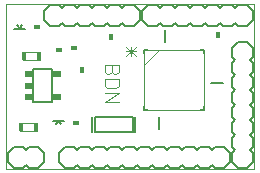
<source format=gto>
G75*
G70*
%OFA0B0*%
%FSLAX24Y24*%
%IPPOS*%
%LPD*%
%AMOC8*
5,1,8,0,0,1.08239X$1,22.5*
%
%ADD10C,0.0000*%
%ADD11C,0.0040*%
%ADD12C,0.0060*%
%ADD13C,0.0030*%
%ADD14R,0.0157X0.0236*%
%ADD15R,0.0236X0.0157*%
%ADD16C,0.0080*%
%ADD17R,0.0256X0.0197*%
%ADD18R,0.0138X0.0315*%
%ADD19C,0.0050*%
D10*
X000383Y000420D02*
X000383Y005931D01*
X008650Y005931D01*
X008650Y000420D01*
X000383Y000420D01*
X004973Y002392D02*
X004973Y004392D01*
X006973Y004392D01*
X006973Y002392D01*
X004973Y002392D01*
X005223Y002392D02*
X005343Y002392D01*
X005423Y002392D02*
X005543Y002392D01*
X005623Y002392D02*
X005733Y002392D01*
X005813Y002392D02*
X005933Y002392D01*
X006013Y002392D02*
X006133Y002392D01*
X006213Y002392D02*
X006323Y002392D01*
X006403Y002392D02*
X006523Y002392D01*
X006603Y002392D02*
X006723Y002392D01*
X006973Y002642D02*
X006973Y002762D01*
X006973Y002842D02*
X006973Y002962D01*
X006973Y003042D02*
X006973Y003152D01*
X006973Y003232D02*
X006973Y003352D01*
X006973Y003432D02*
X006973Y003552D01*
X006973Y003632D02*
X006973Y003742D01*
X006973Y003822D02*
X006973Y003942D01*
X006973Y004022D02*
X006973Y004142D01*
X006723Y004392D02*
X006603Y004392D01*
X006523Y004392D02*
X006403Y004392D01*
X006323Y004392D02*
X006213Y004392D01*
X006133Y004392D02*
X006013Y004392D01*
X005933Y004392D02*
X005813Y004392D01*
X005733Y004392D02*
X005623Y004392D01*
X005543Y004392D02*
X005423Y004392D01*
X005473Y004392D02*
X004973Y003892D01*
X004973Y003942D02*
X004973Y003822D01*
X004973Y003742D02*
X004973Y003632D01*
X004973Y003552D02*
X004973Y003432D01*
X004973Y003352D02*
X004973Y003232D01*
X004973Y003152D02*
X004973Y003042D01*
X004973Y002962D02*
X004973Y002842D01*
X004973Y002762D02*
X004973Y002642D01*
X004973Y004022D02*
X004973Y004142D01*
X005223Y004392D02*
X005343Y004392D01*
D11*
X004132Y003885D02*
X004132Y003655D01*
X004055Y003578D01*
X003978Y003578D01*
X003901Y003655D01*
X003901Y003885D01*
X003671Y003885D02*
X003671Y003655D01*
X003748Y003578D01*
X003825Y003578D01*
X003901Y003655D01*
X003671Y003885D02*
X004132Y003885D01*
X004132Y003424D02*
X003671Y003424D01*
X003671Y003194D01*
X003748Y003117D01*
X004055Y003117D01*
X004132Y003194D01*
X004132Y003424D01*
X004132Y002964D02*
X003671Y002964D01*
X003671Y002657D02*
X004132Y002964D01*
X004132Y002657D02*
X003671Y002657D01*
X001416Y001955D02*
X000845Y001955D01*
X000845Y001679D02*
X001416Y001679D01*
X001515Y004042D02*
X000944Y004042D01*
X000944Y004317D02*
X001515Y004317D01*
D12*
X001288Y003746D02*
X001918Y003746D01*
X001918Y002644D01*
X001288Y002644D01*
X001288Y003746D01*
X004973Y004272D02*
X004973Y004392D01*
X005093Y004392D01*
X005673Y004652D02*
X005673Y005052D01*
X006853Y004392D02*
X006973Y004392D01*
X006973Y004272D01*
X007223Y003292D02*
X007623Y003292D01*
X006973Y002512D02*
X006973Y002392D01*
X006853Y002392D01*
X005473Y002132D02*
X005473Y001732D01*
X005093Y002392D02*
X004973Y002392D01*
X004973Y002512D01*
D13*
X004702Y004175D02*
X004388Y004489D01*
X004702Y004175D01*
X004545Y004175D02*
X004545Y004489D01*
X004545Y004175D01*
X004388Y004175D02*
X004702Y004489D01*
X004388Y004175D01*
X004388Y004332D02*
X004702Y004332D01*
X004388Y004332D01*
D14*
X003887Y004829D03*
X002902Y003727D03*
X007430Y004868D03*
D15*
X002646Y004435D03*
X002135Y004376D03*
X001406Y005164D03*
X002706Y001955D03*
D16*
X002296Y002022D02*
X002115Y002022D01*
X002207Y001900D01*
X002115Y002022D02*
X001934Y002022D01*
X002029Y001900D02*
X002105Y002016D01*
X001772Y002635D02*
X001434Y002635D01*
X001922Y003090D02*
X001922Y003301D01*
X001772Y003755D02*
X001434Y003755D01*
X001017Y005097D02*
X000835Y005097D01*
X000743Y005219D01*
X000845Y005103D02*
X000921Y005219D01*
X000835Y005097D02*
X000654Y005097D01*
X003257Y002152D02*
X003257Y001640D01*
X004674Y001640D02*
X004674Y002152D01*
D17*
X002066Y002821D03*
X001141Y002821D03*
X001141Y003195D03*
X001141Y003569D03*
X002066Y003569D03*
D18*
X001475Y004179D03*
X000983Y004179D03*
X000885Y001817D03*
X001377Y001817D03*
D19*
X001432Y001163D02*
X001132Y001163D01*
X001032Y001063D01*
X000932Y001163D01*
X000632Y001163D01*
X000432Y000963D01*
X000432Y000663D01*
X000632Y000463D01*
X000932Y000463D01*
X001032Y000563D01*
X001132Y000463D01*
X001432Y000463D01*
X001632Y000663D01*
X001632Y000963D01*
X001432Y001163D01*
X002139Y000963D02*
X002139Y000663D01*
X002339Y000463D01*
X002639Y000463D01*
X002739Y000563D01*
X002839Y000463D01*
X003139Y000463D01*
X003239Y000563D01*
X003339Y000463D01*
X003639Y000463D01*
X003739Y000563D01*
X003839Y000463D01*
X004139Y000463D01*
X004239Y000563D01*
X004339Y000463D01*
X004639Y000463D01*
X004739Y000563D01*
X004839Y000463D01*
X005139Y000463D01*
X005239Y000563D01*
X005339Y000463D01*
X005639Y000463D01*
X005739Y000563D01*
X005839Y000463D01*
X006139Y000463D01*
X006239Y000563D01*
X006339Y000463D01*
X006639Y000463D01*
X006739Y000563D01*
X006839Y000463D01*
X007139Y000463D01*
X007239Y000563D01*
X007339Y000463D01*
X007639Y000463D01*
X007839Y000663D01*
X007839Y000963D01*
X007639Y001163D01*
X007339Y001163D01*
X007239Y001063D01*
X007139Y001163D01*
X006839Y001163D01*
X006739Y001063D01*
X006639Y001163D01*
X006339Y001163D01*
X006239Y001063D01*
X006139Y001163D01*
X005839Y001163D01*
X005739Y001063D01*
X005639Y001163D01*
X005339Y001163D01*
X005239Y001063D01*
X005139Y001163D01*
X004839Y001163D01*
X004739Y001063D01*
X004639Y001163D01*
X004339Y001163D01*
X004239Y001063D01*
X004139Y001163D01*
X003839Y001163D01*
X003739Y001063D01*
X003639Y001163D01*
X003339Y001163D01*
X003239Y001063D01*
X003139Y001163D01*
X002839Y001163D01*
X002739Y001063D01*
X002639Y001163D01*
X002339Y001163D01*
X002139Y000963D01*
X003335Y001640D02*
X003335Y002152D01*
X004595Y002152D01*
X004595Y001640D01*
X003335Y001640D01*
X007907Y001663D02*
X008007Y001563D01*
X007907Y001463D01*
X007907Y001163D01*
X008007Y001063D01*
X007907Y000963D01*
X007907Y000663D01*
X008107Y000463D01*
X008407Y000463D01*
X008607Y000663D01*
X008607Y000963D01*
X008507Y001063D01*
X008607Y001163D01*
X008607Y001463D01*
X008507Y001563D01*
X008607Y001663D01*
X008607Y001963D01*
X008507Y002063D01*
X008607Y002163D01*
X008607Y002463D01*
X008507Y002563D01*
X008607Y002663D01*
X008607Y002963D01*
X008507Y003063D01*
X008607Y003163D01*
X008607Y003463D01*
X008507Y003563D01*
X008607Y003663D01*
X008607Y003963D01*
X008507Y004063D01*
X008607Y004163D01*
X008607Y004463D01*
X008407Y004663D01*
X008107Y004663D01*
X007907Y004463D01*
X007907Y004163D01*
X008007Y004063D01*
X007907Y003963D01*
X007907Y003663D01*
X008007Y003563D01*
X007907Y003463D01*
X007907Y003163D01*
X008007Y003063D01*
X007907Y002963D01*
X007907Y002663D01*
X008007Y002563D01*
X007907Y002463D01*
X007907Y002163D01*
X008007Y002063D01*
X007907Y001963D01*
X007907Y001663D01*
X007907Y005188D02*
X007607Y005188D01*
X007507Y005288D01*
X007407Y005188D01*
X007107Y005188D01*
X007007Y005288D01*
X006907Y005188D01*
X006607Y005188D01*
X006507Y005288D01*
X006407Y005188D01*
X006107Y005188D01*
X006007Y005288D01*
X005907Y005188D01*
X005607Y005188D01*
X005507Y005288D01*
X005407Y005188D01*
X005107Y005188D01*
X004907Y005388D01*
X004907Y005688D01*
X005107Y005888D01*
X005407Y005888D01*
X005507Y005788D01*
X005607Y005888D01*
X005907Y005888D01*
X006007Y005788D01*
X006107Y005888D01*
X006407Y005888D01*
X006507Y005788D01*
X006607Y005888D01*
X006907Y005888D01*
X007007Y005788D01*
X007107Y005888D01*
X007407Y005888D01*
X007507Y005788D01*
X007607Y005888D01*
X007907Y005888D01*
X008007Y005788D01*
X008107Y005888D01*
X008407Y005888D01*
X008607Y005688D01*
X008607Y005388D01*
X008407Y005188D01*
X008107Y005188D01*
X008007Y005288D01*
X007907Y005188D01*
X004857Y005388D02*
X004857Y005688D01*
X004657Y005888D01*
X004357Y005888D01*
X004257Y005788D01*
X004157Y005888D01*
X003857Y005888D01*
X003757Y005788D01*
X003657Y005888D01*
X003357Y005888D01*
X003257Y005788D01*
X003157Y005888D01*
X002857Y005888D01*
X002757Y005788D01*
X002657Y005888D01*
X002357Y005888D01*
X002257Y005788D01*
X002157Y005888D01*
X001857Y005888D01*
X001657Y005688D01*
X001657Y005388D01*
X001857Y005188D01*
X002157Y005188D01*
X002257Y005288D01*
X002357Y005188D01*
X002657Y005188D01*
X002757Y005288D01*
X002857Y005188D01*
X003157Y005188D01*
X003257Y005288D01*
X003357Y005188D01*
X003657Y005188D01*
X003757Y005288D01*
X003857Y005188D01*
X004157Y005188D01*
X004257Y005288D01*
X004357Y005188D01*
X004657Y005188D01*
X004857Y005388D01*
M02*

</source>
